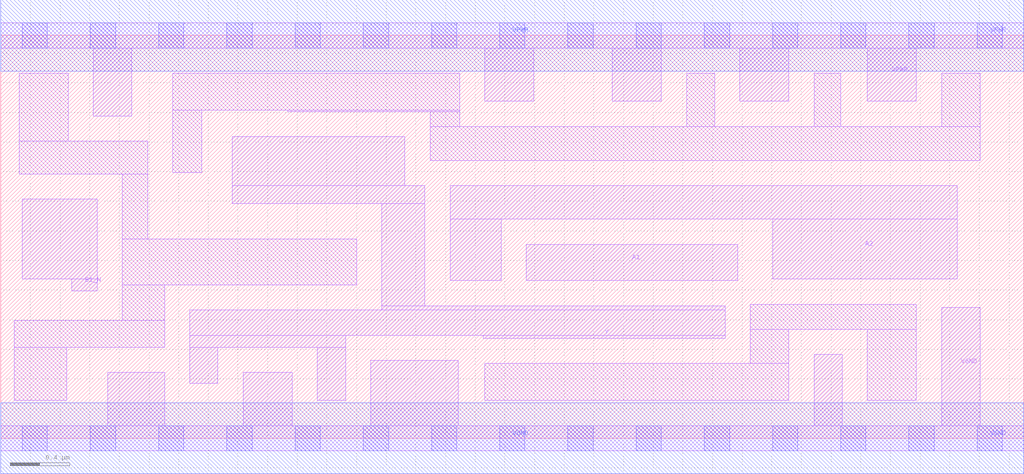
<source format=lef>
# Copyright 2020 The SkyWater PDK Authors
#
# Licensed under the Apache License, Version 2.0 (the "License");
# you may not use this file except in compliance with the License.
# You may obtain a copy of the License at
#
#     https://www.apache.org/licenses/LICENSE-2.0
#
# Unless required by applicable law or agreed to in writing, software
# distributed under the License is distributed on an "AS IS" BASIS,
# WITHOUT WARRANTIES OR CONDITIONS OF ANY KIND, either express or implied.
# See the License for the specific language governing permissions and
# limitations under the License.
#
# SPDX-License-Identifier: Apache-2.0

VERSION 5.7 ;
  NAMESCASESENSITIVE ON ;
  NOWIREEXTENSIONATPIN ON ;
  DIVIDERCHAR "/" ;
  BUSBITCHARS "[]" ;
UNITS
  DATABASE MICRONS 200 ;
END UNITS
MACRO sky130_fd_sc_hd__a21boi_4
  CLASS CORE ;
  SOURCE USER ;
  FOREIGN sky130_fd_sc_hd__a21boi_4 ;
  ORIGIN  0.000000  0.000000 ;
  SIZE  6.900000 BY  2.720000 ;
  SYMMETRY X Y R90 ;
  SITE unithd ;
  PIN A1
    ANTENNAGATEAREA  0.990000 ;
    DIRECTION INPUT ;
    USE SIGNAL ;
    PORT
      LAYER li1 ;
        RECT 3.545000 1.065000 4.970000 1.310000 ;
    END
  END A1
  PIN A2
    ANTENNAGATEAREA  0.990000 ;
    DIRECTION INPUT ;
    USE SIGNAL ;
    PORT
      LAYER li1 ;
        RECT 3.030000 1.065000 3.375000 1.480000 ;
        RECT 3.030000 1.480000 6.450000 1.705000 ;
        RECT 5.205000 1.075000 6.450000 1.480000 ;
    END
  END A2
  PIN B1_N
    ANTENNAGATEAREA  0.247500 ;
    DIRECTION INPUT ;
    USE SIGNAL ;
    PORT
      LAYER li1 ;
        RECT 0.145000 1.075000 0.650000 1.615000 ;
        RECT 0.480000 0.995000 0.650000 1.075000 ;
    END
  END B1_N
  PIN Y
    ANTENNADIFFAREA  1.288000 ;
    DIRECTION OUTPUT ;
    USE SIGNAL ;
    PORT
      LAYER li1 ;
        RECT 1.275000 0.370000 1.465000 0.615000 ;
        RECT 1.275000 0.615000 2.325000 0.695000 ;
        RECT 1.275000 0.695000 4.885000 0.865000 ;
        RECT 1.560000 1.585000 2.860000 1.705000 ;
        RECT 1.560000 1.705000 2.725000 2.035000 ;
        RECT 2.135000 0.255000 2.325000 0.615000 ;
        RECT 2.570000 0.865000 4.885000 0.895000 ;
        RECT 2.570000 0.895000 2.860000 1.585000 ;
        RECT 3.255000 0.675000 4.885000 0.695000 ;
    END
  END Y
  PIN VGND
    DIRECTION INOUT ;
    SHAPE ABUTMENT ;
    USE GROUND ;
    PORT
      LAYER li1 ;
        RECT 0.000000 -0.085000 6.900000 0.085000 ;
        RECT 0.720000  0.085000 1.105000 0.445000 ;
        RECT 1.635000  0.085000 1.965000 0.445000 ;
        RECT 2.495000  0.085000 3.085000 0.525000 ;
        RECT 5.485000  0.085000 5.675000 0.565000 ;
        RECT 6.345000  0.085000 6.605000 0.885000 ;
      LAYER mcon ;
        RECT 0.145000 -0.085000 0.315000 0.085000 ;
        RECT 0.605000 -0.085000 0.775000 0.085000 ;
        RECT 1.065000 -0.085000 1.235000 0.085000 ;
        RECT 1.525000 -0.085000 1.695000 0.085000 ;
        RECT 1.985000 -0.085000 2.155000 0.085000 ;
        RECT 2.445000 -0.085000 2.615000 0.085000 ;
        RECT 2.905000 -0.085000 3.075000 0.085000 ;
        RECT 3.365000 -0.085000 3.535000 0.085000 ;
        RECT 3.825000 -0.085000 3.995000 0.085000 ;
        RECT 4.285000 -0.085000 4.455000 0.085000 ;
        RECT 4.745000 -0.085000 4.915000 0.085000 ;
        RECT 5.205000 -0.085000 5.375000 0.085000 ;
        RECT 5.665000 -0.085000 5.835000 0.085000 ;
        RECT 6.125000 -0.085000 6.295000 0.085000 ;
        RECT 6.585000 -0.085000 6.755000 0.085000 ;
      LAYER met1 ;
        RECT 0.000000 -0.240000 6.900000 0.240000 ;
    END
  END VGND
  PIN VPWR
    DIRECTION INOUT ;
    SHAPE ABUTMENT ;
    USE POWER ;
    PORT
      LAYER li1 ;
        RECT 0.000000 2.635000 6.900000 2.805000 ;
        RECT 0.625000 2.175000 0.885000 2.635000 ;
        RECT 3.265000 2.275000 3.595000 2.635000 ;
        RECT 4.125000 2.275000 4.455000 2.635000 ;
        RECT 4.985000 2.275000 5.315000 2.635000 ;
        RECT 5.845000 2.275000 6.175000 2.635000 ;
      LAYER mcon ;
        RECT 0.145000 2.635000 0.315000 2.805000 ;
        RECT 0.605000 2.635000 0.775000 2.805000 ;
        RECT 1.065000 2.635000 1.235000 2.805000 ;
        RECT 1.525000 2.635000 1.695000 2.805000 ;
        RECT 1.985000 2.635000 2.155000 2.805000 ;
        RECT 2.445000 2.635000 2.615000 2.805000 ;
        RECT 2.905000 2.635000 3.075000 2.805000 ;
        RECT 3.365000 2.635000 3.535000 2.805000 ;
        RECT 3.825000 2.635000 3.995000 2.805000 ;
        RECT 4.285000 2.635000 4.455000 2.805000 ;
        RECT 4.745000 2.635000 4.915000 2.805000 ;
        RECT 5.205000 2.635000 5.375000 2.805000 ;
        RECT 5.665000 2.635000 5.835000 2.805000 ;
        RECT 6.125000 2.635000 6.295000 2.805000 ;
        RECT 6.585000 2.635000 6.755000 2.805000 ;
      LAYER met1 ;
        RECT 0.000000 2.480000 6.900000 2.960000 ;
    END
  END VPWR
  OBS
    LAYER li1 ;
      RECT 0.090000 0.255000 0.445000 0.615000 ;
      RECT 0.090000 0.615000 1.105000 0.795000 ;
      RECT 0.125000 1.785000 0.990000 2.005000 ;
      RECT 0.125000 2.005000 0.455000 2.465000 ;
      RECT 0.820000 0.795000 1.105000 1.035000 ;
      RECT 0.820000 1.035000 2.400000 1.345000 ;
      RECT 0.820000 1.345000 0.990000 1.785000 ;
      RECT 1.160000 1.795000 1.355000 2.215000 ;
      RECT 1.160000 2.215000 3.095000 2.465000 ;
      RECT 1.935000 2.205000 3.095000 2.215000 ;
      RECT 2.895000 1.875000 6.605000 2.105000 ;
      RECT 2.895000 2.105000 3.095000 2.205000 ;
      RECT 3.265000 0.255000 5.315000 0.505000 ;
      RECT 4.625000 2.105000 4.815000 2.465000 ;
      RECT 5.055000 0.505000 5.315000 0.735000 ;
      RECT 5.055000 0.735000 6.175000 0.905000 ;
      RECT 5.485000 2.105000 5.665000 2.465000 ;
      RECT 5.845000 0.255000 6.175000 0.735000 ;
      RECT 6.345000 2.105000 6.605000 2.465000 ;
  END
END sky130_fd_sc_hd__a21boi_4
END LIBRARY

</source>
